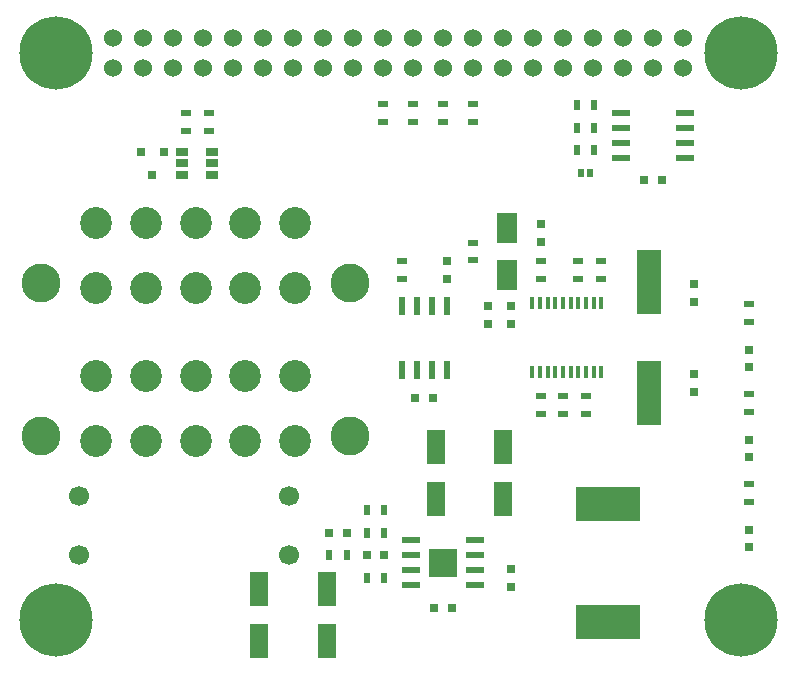
<source format=gts>
%FSLAX46Y46*%
G04 Gerber Fmt 4.6, Leading zero omitted, Abs format (unit mm)*
G04 Created by KiCad (PCBNEW (2014-10-27 BZR 5228)-product) date 5/29/2015 4:18:03 PM*
%MOMM*%
G01*
G04 APERTURE LIST*
%ADD10C,0.100000*%
%ADD11R,0.750000X0.800000*%
%ADD12R,0.800000X0.750000*%
%ADD13R,1.600200X2.999740*%
%ADD14R,1.800860X2.499360*%
%ADD15R,0.797560X0.797560*%
%ADD16R,0.508000X0.762000*%
%ADD17R,5.400040X2.900680*%
%ADD18C,6.200000*%
%ADD19C,1.524000*%
%ADD20R,0.800100X0.800100*%
%ADD21R,1.000760X0.701040*%
%ADD22R,0.900000X0.500000*%
%ADD23R,0.500000X0.900000*%
%ADD24R,0.600000X1.550000*%
%ADD25R,1.550000X0.600000*%
%ADD26R,1.175000X1.175000*%
%ADD27R,1.998980X5.499100*%
%ADD28R,0.400000X1.000000*%
%ADD29C,2.700000*%
%ADD30C,3.300000*%
%ADD31C,1.700000*%
G04 APERTURE END LIST*
D10*
D11*
X219075000Y-124027500D03*
X219075000Y-125527500D03*
X220980000Y-124027500D03*
X220980000Y-125527500D03*
X236537500Y-122122500D03*
X236537500Y-123622500D03*
X236537500Y-131242500D03*
X236537500Y-129742500D03*
X215582500Y-121717500D03*
X215582500Y-120217500D03*
D12*
X214427500Y-131762500D03*
X212927500Y-131762500D03*
D11*
X223520000Y-118542500D03*
X223520000Y-117042500D03*
D12*
X214515000Y-149542500D03*
X216015000Y-149542500D03*
D11*
X220980000Y-146252500D03*
X220980000Y-147752500D03*
D13*
X214630000Y-135912860D03*
X214630000Y-140312140D03*
X220345000Y-135912860D03*
X220345000Y-140312140D03*
X205422500Y-147977860D03*
X205422500Y-152377140D03*
X199707500Y-147977860D03*
X199707500Y-152377140D03*
D12*
X207125000Y-143192500D03*
X205625000Y-143192500D03*
X210300000Y-145097500D03*
X208800000Y-145097500D03*
X232295000Y-113347500D03*
X233795000Y-113347500D03*
D14*
X220662500Y-117381020D03*
X220662500Y-121378980D03*
D15*
X241141250Y-142919450D03*
X241141250Y-144418050D03*
X241141250Y-135299450D03*
X241141250Y-136798050D03*
X241141250Y-127679450D03*
X241141250Y-129178050D03*
D16*
X226974400Y-112712500D03*
X227685600Y-112712500D03*
D17*
X229235000Y-150733760D03*
X229235000Y-140731240D03*
D18*
X182455000Y-150552500D03*
X240455000Y-150552500D03*
X240455000Y-102552500D03*
X182455000Y-102552500D03*
D19*
X187325000Y-103822500D03*
X189865000Y-103822500D03*
X189865000Y-101282500D03*
X192405000Y-103822500D03*
X192405000Y-101282500D03*
X194945000Y-103822500D03*
X194945000Y-101282500D03*
X197485000Y-103822500D03*
X197485000Y-101282500D03*
X200025000Y-103822500D03*
X200025000Y-101282500D03*
X202565000Y-103822500D03*
X202565000Y-101282500D03*
X205105000Y-103822500D03*
X205105000Y-101282500D03*
X207645000Y-103822500D03*
X207645000Y-101282500D03*
X210185000Y-103822500D03*
X210185000Y-101282500D03*
X212725000Y-103822500D03*
X212725000Y-101282500D03*
X215265000Y-103822500D03*
X215265000Y-101282500D03*
X217805000Y-103822500D03*
X217805000Y-101282500D03*
X220345000Y-103822500D03*
X220345000Y-101282500D03*
X222885000Y-103822500D03*
X222885000Y-101282500D03*
X225425000Y-103822500D03*
X225425000Y-101282500D03*
X227965000Y-103822500D03*
X227965000Y-101282500D03*
X230505000Y-103822500D03*
X230505000Y-101282500D03*
X233045000Y-103822500D03*
X233045000Y-101282500D03*
X235585000Y-103822500D03*
X235585000Y-101282500D03*
X187325000Y-101282500D03*
D20*
X191608750Y-110917990D03*
X189708750Y-110917990D03*
X190658750Y-112916970D03*
D21*
X193198750Y-112871250D03*
X193198750Y-111918750D03*
X193198750Y-110966250D03*
X195738750Y-110966250D03*
X195738750Y-111918750D03*
X195738750Y-112871250D03*
D22*
X210185000Y-108382500D03*
X210185000Y-106882500D03*
X212725000Y-108382500D03*
X212725000Y-106882500D03*
X215265000Y-108382500D03*
X215265000Y-106882500D03*
X217805000Y-108382500D03*
X217805000Y-106882500D03*
X226695000Y-120217500D03*
X226695000Y-121717500D03*
X228600000Y-120217500D03*
X228600000Y-121717500D03*
X223520000Y-133147500D03*
X223520000Y-131647500D03*
X225425000Y-133147500D03*
X225425000Y-131647500D03*
X227330000Y-133147500D03*
X227330000Y-131647500D03*
X211772500Y-121717500D03*
X211772500Y-120217500D03*
X223520000Y-120217500D03*
X223520000Y-121717500D03*
X217805000Y-120130000D03*
X217805000Y-118630000D03*
D23*
X210300000Y-147002500D03*
X208800000Y-147002500D03*
D22*
X195421250Y-109176250D03*
X195421250Y-107676250D03*
X193516250Y-109176250D03*
X193516250Y-107676250D03*
D23*
X205625000Y-145097500D03*
X207125000Y-145097500D03*
X208800000Y-141287500D03*
X210300000Y-141287500D03*
X210300000Y-143192500D03*
X208800000Y-143192500D03*
X226580000Y-110807500D03*
X228080000Y-110807500D03*
X226580000Y-108902500D03*
X228080000Y-108902500D03*
X226580000Y-106997500D03*
X228080000Y-106997500D03*
D22*
X241141250Y-139108750D03*
X241141250Y-140608750D03*
X241141250Y-131488750D03*
X241141250Y-132988750D03*
X241141250Y-123868750D03*
X241141250Y-125368750D03*
D24*
X211772500Y-129382500D03*
X213042500Y-129382500D03*
X214312500Y-129382500D03*
X215582500Y-129382500D03*
X215582500Y-123982500D03*
X214312500Y-123982500D03*
X213042500Y-123982500D03*
X211772500Y-123982500D03*
D25*
X217965000Y-147637500D03*
X217965000Y-146367500D03*
X217965000Y-145097500D03*
X217965000Y-143827500D03*
X212565000Y-143827500D03*
X212565000Y-145097500D03*
X212565000Y-146367500D03*
X212565000Y-147637500D03*
D26*
X214677500Y-145145000D03*
X214677500Y-146320000D03*
X215852500Y-145145000D03*
X215852500Y-146320000D03*
D25*
X235745000Y-111442500D03*
X235745000Y-110172500D03*
X235745000Y-108902500D03*
X235745000Y-107632500D03*
X230345000Y-107632500D03*
X230345000Y-108902500D03*
X230345000Y-110172500D03*
X230345000Y-111442500D03*
D27*
X232727500Y-121983500D03*
X232727500Y-131381500D03*
D28*
X222817500Y-129582500D03*
X223467500Y-129582500D03*
X224117500Y-129582500D03*
X224767500Y-129582500D03*
X225417500Y-129582500D03*
X226067500Y-129582500D03*
X226717500Y-129582500D03*
X227367500Y-129582500D03*
X228017500Y-129582500D03*
X228667500Y-129582500D03*
X228667500Y-123782500D03*
X228017500Y-123782500D03*
X227367500Y-123782500D03*
X226717500Y-123782500D03*
X226067500Y-123782500D03*
X225417500Y-123782500D03*
X224767500Y-123782500D03*
X224117500Y-123782500D03*
X223467500Y-123782500D03*
X222817500Y-123782500D03*
D29*
X194310000Y-129965000D03*
X194310000Y-135465000D03*
X198510000Y-129965000D03*
X198510000Y-135465000D03*
X202710000Y-129965000D03*
X202710000Y-135465000D03*
X190110000Y-135465000D03*
X190110000Y-129965000D03*
X185910000Y-135465000D03*
X185910000Y-129965000D03*
D30*
X207410000Y-135005000D03*
X181210000Y-135005000D03*
D29*
X194319000Y-116996501D03*
X194319000Y-122496501D03*
X198519000Y-116996501D03*
X198519000Y-122496501D03*
X202719000Y-116996501D03*
X202719000Y-122496501D03*
X190119000Y-122496501D03*
X190119000Y-116996501D03*
X185919000Y-122496501D03*
X185919000Y-116996501D03*
D30*
X207419000Y-122036501D03*
X181219000Y-122036501D03*
D31*
X184457500Y-140057500D03*
X184457500Y-145057500D03*
X202257500Y-145057500D03*
X202257500Y-140057500D03*
M02*

</source>
